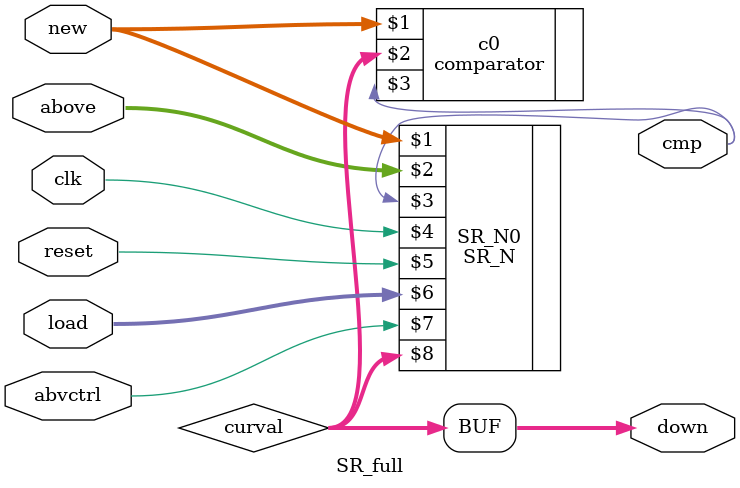
<source format=v>
`timescale 1ns / 1ps

(* KEEP = "true" *)
(* DONT_TOUCH = "true" *)

//Individual components of sorting unit, generated in SR_chain

module SR_full(input[9:0] new, input [9:0] above, input clk, input reset,input [1:0] load,input abvctrl, output cmp, output [9:0] down

    );
wire[9:0] curval;       //Currently input value
wire cmp;   //Comparison result
SR_N SR_N0(new,above,cmp,clk,reset,load,abvctrl,curval);    //SR registers
comparator c0(new,curval,cmp);      //Attatched comparators

assign down=curval;     //Below SR receives comparison result
endmodule
</source>
